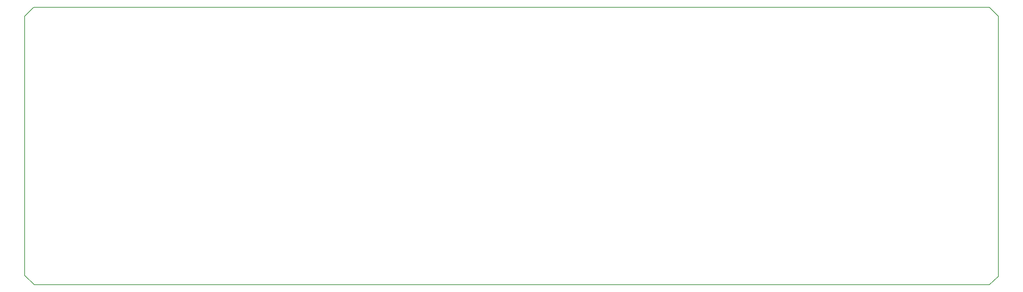
<source format=gm1>
G04 #@! TF.GenerationSoftware,KiCad,Pcbnew,(5.0.2)-1*
G04 #@! TF.CreationDate,2019-02-24T12:39:51-05:00*
G04 #@! TF.ProjectId,TG4x,54473478-2e6b-4696-9361-645f70636258,rev?*
G04 #@! TF.SameCoordinates,Original*
G04 #@! TF.FileFunction,Profile,NP*
%FSLAX46Y46*%
G04 Gerber Fmt 4.6, Leading zero omitted, Abs format (unit mm)*
G04 Created by KiCad (PCBNEW (5.0.2)-1) date 2/24/2019 12:39:51 PM*
%MOMM*%
%LPD*%
G01*
G04 APERTURE LIST*
%ADD10C,0.150000*%
G04 APERTURE END LIST*
D10*
X27432000Y-41656000D02*
X270510000Y-41656000D01*
X270510000Y-41656000D02*
X272796000Y-43942000D01*
X27559000Y-112395000D02*
X270510000Y-112395000D01*
X270510000Y-112395000D02*
X272796000Y-110236000D01*
X25146000Y-43942000D02*
X27432000Y-41656000D01*
X27559000Y-112395000D02*
X25146000Y-109982000D01*
X25146000Y-109982000D02*
X25146000Y-43942000D01*
X272796000Y-43942000D02*
X272796000Y-110236000D01*
M02*

</source>
